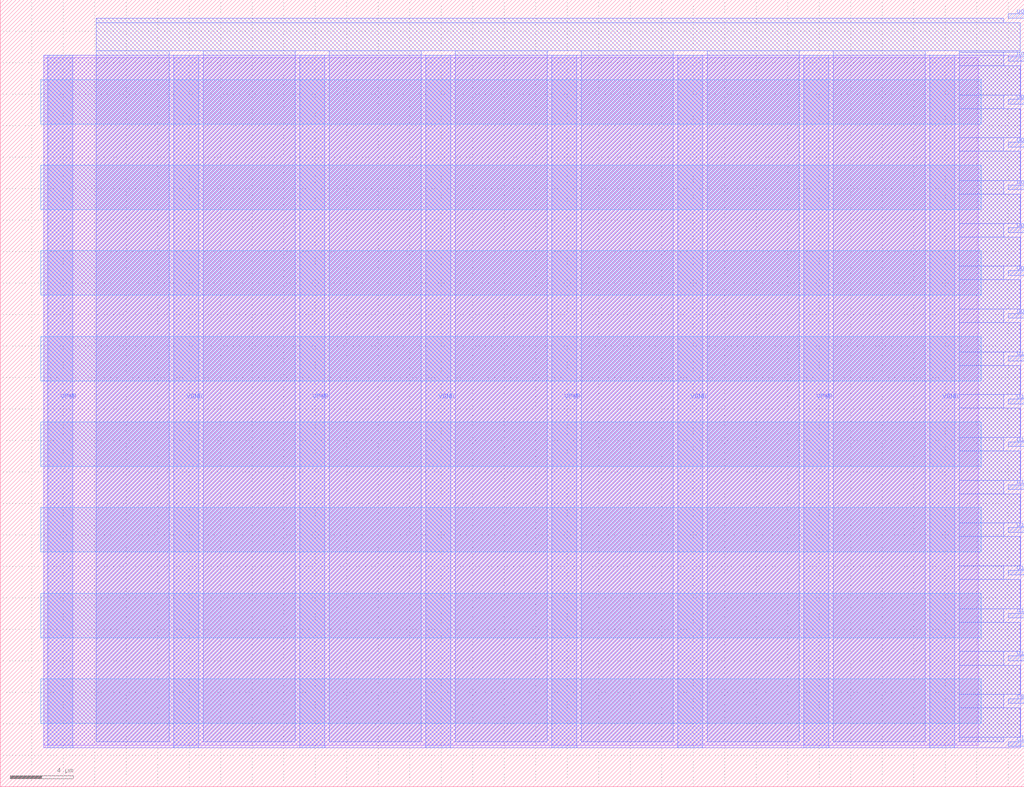
<source format=lef>
VERSION 5.7 ;
  NOWIREEXTENSIONATPIN ON ;
  DIVIDERCHAR "/" ;
  BUSBITCHARS "[]" ;
MACRO tt_um_micro4
  CLASS BLOCK ;
  FOREIGN tt_um_micro4 ;
  ORIGIN 0.000 0.000 ;
  SIZE 65.000 BY 50.000 ;
  PIN VGND
    DIRECTION INOUT ;
    USE GROUND ;
    PORT
      LAYER met2 ;
        RECT 11.000 2.480 12.600 46.480 ;
    END
    PORT
      LAYER met2 ;
        RECT 27.000 2.480 28.600 46.480 ;
    END
    PORT
      LAYER met2 ;
        RECT 43.000 2.480 44.600 46.480 ;
    END
    PORT
      LAYER met2 ;
        RECT 59.000 2.480 60.600 46.480 ;
    END
  END VGND
  PIN VPWR
    DIRECTION INOUT ;
    USE POWER ;
    PORT
      LAYER met2 ;
        RECT 3.000 2.480 4.600 46.480 ;
    END
    PORT
      LAYER met2 ;
        RECT 19.000 2.480 20.600 46.480 ;
    END
    PORT
      LAYER met2 ;
        RECT 35.000 2.480 36.600 46.480 ;
    END
    PORT
      LAYER met2 ;
        RECT 51.000 2.480 52.600 46.480 ;
    END
  END VPWR
  PIN clk
    DIRECTION INPUT ;
    USE SIGNAL ;
    ANTENNAGATEAREA 0.852000 ;
    PORT
      LAYER met2 ;
        RECT 64.000 2.570 65.000 2.870 ;
    END
  END clk
  PIN rst_n
    DIRECTION INPUT ;
    USE SIGNAL ;
    ANTENNAGATEAREA 0.196500 ;
    PORT
      LAYER met2 ;
        RECT 64.000 5.290 65.000 5.590 ;
    END
  END rst_n
  PIN ui_in[0]
    DIRECTION INPUT ;
    USE SIGNAL ;
    ANTENNAGATEAREA 0.196500 ;
    PORT
      LAYER met2 ;
        RECT 64.000 8.010 65.000 8.310 ;
    END
  END ui_in[0]
  PIN ui_in[1]
    DIRECTION INPUT ;
    USE SIGNAL ;
    ANTENNAGATEAREA 0.196500 ;
    PORT
      LAYER met2 ;
        RECT 64.000 10.730 65.000 11.030 ;
    END
  END ui_in[1]
  PIN ui_in[2]
    DIRECTION INPUT ;
    USE SIGNAL ;
    ANTENNAGATEAREA 0.159000 ;
    PORT
      LAYER met2 ;
        RECT 64.000 13.450 65.000 13.750 ;
    END
  END ui_in[2]
  PIN ui_in[3]
    DIRECTION INPUT ;
    USE SIGNAL ;
    ANTENNAGATEAREA 0.159000 ;
    PORT
      LAYER met2 ;
        RECT 64.000 16.170 65.000 16.470 ;
    END
  END ui_in[3]
  PIN ui_in[4]
    DIRECTION INPUT ;
    USE SIGNAL ;
    ANTENNAGATEAREA 0.196500 ;
    PORT
      LAYER met2 ;
        RECT 64.000 18.890 65.000 19.190 ;
    END
  END ui_in[4]
  PIN ui_in[5]
    DIRECTION INPUT ;
    USE SIGNAL ;
    ANTENNAGATEAREA 0.213000 ;
    PORT
      LAYER met2 ;
        RECT 64.000 21.610 65.000 21.910 ;
    END
  END ui_in[5]
  PIN ui_in[6]
    DIRECTION INPUT ;
    USE SIGNAL ;
    PORT
      LAYER met2 ;
        RECT 64.000 24.330 65.000 24.630 ;
    END
  END ui_in[6]
  PIN ui_in[7]
    DIRECTION INPUT ;
    USE SIGNAL ;
    PORT
      LAYER met2 ;
        RECT 64.000 27.050 65.000 27.350 ;
    END
  END ui_in[7]
  PIN uo_out[0]
    DIRECTION OUTPUT ;
    USE SIGNAL ;
    ANTENNADIFFAREA 0.445500 ;
    PORT
      LAYER met2 ;
        RECT 64.000 29.770 65.000 30.070 ;
    END
  END uo_out[0]
  PIN uo_out[1]
    DIRECTION OUTPUT ;
    USE SIGNAL ;
    ANTENNADIFFAREA 0.445500 ;
    PORT
      LAYER met2 ;
        RECT 64.000 32.490 65.000 32.790 ;
    END
  END uo_out[1]
  PIN uo_out[2]
    DIRECTION OUTPUT ;
    USE SIGNAL ;
    ANTENNADIFFAREA 0.445500 ;
    PORT
      LAYER met2 ;
        RECT 64.000 35.210 65.000 35.510 ;
    END
  END uo_out[2]
  PIN uo_out[3]
    DIRECTION OUTPUT ;
    USE SIGNAL ;
    ANTENNADIFFAREA 0.445500 ;
    PORT
      LAYER met2 ;
        RECT 64.000 37.930 65.000 38.230 ;
    END
  END uo_out[3]
  PIN uo_out[4]
    DIRECTION OUTPUT ;
    USE SIGNAL ;
    ANTENNADIFFAREA 0.445500 ;
    PORT
      LAYER met2 ;
        RECT 64.000 40.650 65.000 40.950 ;
    END
  END uo_out[4]
  PIN uo_out[5]
    DIRECTION OUTPUT ;
    USE SIGNAL ;
    ANTENNADIFFAREA 0.445500 ;
    PORT
      LAYER met2 ;
        RECT 64.000 43.370 65.000 43.670 ;
    END
  END uo_out[5]
  PIN uo_out[6]
    DIRECTION OUTPUT ;
    USE SIGNAL ;
    ANTENNADIFFAREA 0.445500 ;
    PORT
      LAYER met2 ;
        RECT 64.000 46.090 65.000 46.390 ;
    END
  END uo_out[6]
  PIN uo_out[7]
    DIRECTION OUTPUT ;
    USE SIGNAL ;
    ANTENNADIFFAREA 0.445500 ;
    PORT
      LAYER met2 ;
        RECT 64.000 48.810 65.000 49.110 ;
    END
  END uo_out[7]
  OBS
      LAYER nwell ;
        RECT 2.570 42.105 62.290 44.935 ;
        RECT 2.570 36.665 62.290 39.495 ;
        RECT 2.570 31.225 62.290 34.055 ;
        RECT 2.570 25.785 62.290 28.615 ;
        RECT 2.570 20.345 62.290 23.175 ;
        RECT 2.570 14.905 62.290 17.735 ;
        RECT 2.570 9.465 62.290 12.295 ;
        RECT 2.570 4.025 62.290 6.855 ;
      LAYER li1 ;
        RECT 2.760 2.635 62.100 46.325 ;
      LAYER met1 ;
        RECT 2.760 2.480 64.790 46.480 ;
      LAYER met2 ;
        RECT 6.080 48.530 63.720 48.810 ;
        RECT 6.080 46.760 64.760 48.530 ;
        RECT 6.080 2.870 10.720 46.760 ;
        RECT 12.880 2.870 18.720 46.760 ;
        RECT 20.880 2.870 26.720 46.760 ;
        RECT 28.880 2.870 34.720 46.760 ;
        RECT 36.880 2.870 42.720 46.760 ;
        RECT 44.880 2.870 50.720 46.760 ;
        RECT 52.880 2.870 58.720 46.760 ;
        RECT 60.880 46.670 64.760 46.760 ;
        RECT 60.880 45.810 63.720 46.670 ;
        RECT 60.880 43.950 64.760 45.810 ;
        RECT 60.880 43.090 63.720 43.950 ;
        RECT 60.880 41.230 64.760 43.090 ;
        RECT 60.880 40.370 63.720 41.230 ;
        RECT 60.880 38.510 64.760 40.370 ;
        RECT 60.880 37.650 63.720 38.510 ;
        RECT 60.880 35.790 64.760 37.650 ;
        RECT 60.880 34.930 63.720 35.790 ;
        RECT 60.880 33.070 64.760 34.930 ;
        RECT 60.880 32.210 63.720 33.070 ;
        RECT 60.880 30.350 64.760 32.210 ;
        RECT 60.880 29.490 63.720 30.350 ;
        RECT 60.880 27.630 64.760 29.490 ;
        RECT 60.880 26.770 63.720 27.630 ;
        RECT 60.880 24.910 64.760 26.770 ;
        RECT 60.880 24.050 63.720 24.910 ;
        RECT 60.880 22.190 64.760 24.050 ;
        RECT 60.880 21.330 63.720 22.190 ;
        RECT 60.880 19.470 64.760 21.330 ;
        RECT 60.880 18.610 63.720 19.470 ;
        RECT 60.880 16.750 64.760 18.610 ;
        RECT 60.880 15.890 63.720 16.750 ;
        RECT 60.880 14.030 64.760 15.890 ;
        RECT 60.880 13.170 63.720 14.030 ;
        RECT 60.880 11.310 64.760 13.170 ;
        RECT 60.880 10.450 63.720 11.310 ;
        RECT 60.880 8.590 64.760 10.450 ;
        RECT 60.880 7.730 63.720 8.590 ;
        RECT 60.880 5.870 64.760 7.730 ;
        RECT 60.880 5.010 63.720 5.870 ;
        RECT 60.880 3.150 64.760 5.010 ;
        RECT 60.880 2.870 63.720 3.150 ;
  END
END tt_um_micro4
END LIBRARY


</source>
